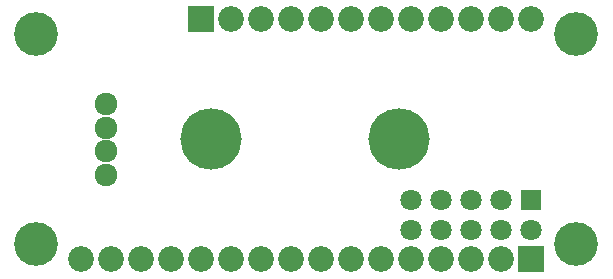
<source format=gbs>
G04 #@! TF.FileFunction,Soldermask,Bot*
%FSLAX46Y46*%
G04 Gerber Fmt 4.6, Leading zero omitted, Abs format (unit mm)*
G04 Created by KiCad (PCBNEW 4.0.5) date 02/17/17 15:16:51*
%MOMM*%
%LPD*%
G01*
G04 APERTURE LIST*
%ADD10C,0.100000*%
%ADD11C,5.200000*%
%ADD12C,1.924000*%
%ADD13R,1.797000X1.797000*%
%ADD14C,1.797000*%
%ADD15C,3.702000*%
%ADD16C,2.178000*%
%ADD17R,2.178000X2.178000*%
G04 APERTURE END LIST*
D10*
D11*
X156370000Y-105000000D03*
D12*
X131500000Y-108000000D03*
X131500000Y-106000000D03*
X131500000Y-104000000D03*
X131500000Y-102000000D03*
D13*
X167480000Y-110130000D03*
D14*
X167480000Y-112670000D03*
X164940000Y-110130000D03*
X164940000Y-112670000D03*
X162400000Y-110130000D03*
X162400000Y-112670000D03*
X159860000Y-110130000D03*
X159860000Y-112670000D03*
X157320000Y-110130000D03*
X157320000Y-112670000D03*
D15*
X125641100Y-96113600D03*
X125641100Y-113893600D03*
X171361100Y-113893600D03*
X171361100Y-96113600D03*
D16*
X129451100Y-115163600D03*
X131991100Y-115163600D03*
X134531100Y-115163600D03*
X137071100Y-115163600D03*
X139611100Y-115163600D03*
X142151100Y-115163600D03*
X144691100Y-115163600D03*
X147231100Y-115163600D03*
X149771100Y-115163600D03*
X152311100Y-115163600D03*
X154851100Y-115163600D03*
X157391100Y-115163600D03*
X159931100Y-115163600D03*
X162471100Y-115163600D03*
X165011100Y-115163600D03*
D17*
X167551100Y-115163600D03*
D16*
X142151100Y-94843600D03*
D17*
X139611100Y-94843600D03*
D16*
X144691100Y-94843600D03*
X147231100Y-94843600D03*
X149771100Y-94843600D03*
X152311100Y-94843600D03*
X154851100Y-94843600D03*
X157391100Y-94843600D03*
X159931100Y-94843600D03*
X162471100Y-94843600D03*
X165011100Y-94843600D03*
X167551100Y-94843600D03*
D11*
X140430000Y-105000000D03*
M02*

</source>
